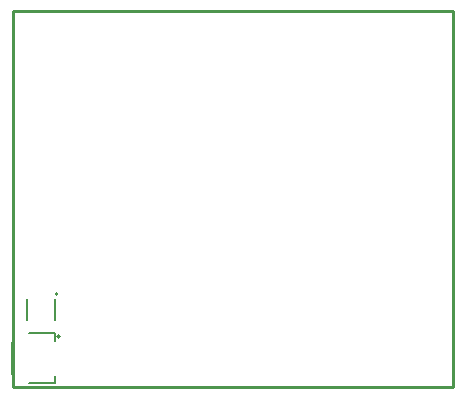
<source format=gto>
G04*
G04 #@! TF.GenerationSoftware,Altium Limited,Altium Designer,23.6.0 (18)*
G04*
G04 Layer_Color=65535*
%FSLAX43Y43*%
%MOMM*%
G71*
G04*
G04 #@! TF.SameCoordinates,0D2679BE-82C5-4F77-93CB-BF777400B08C*
G04*
G04*
G04 #@! TF.FilePolarity,Positive*
G04*
G01*
G75*
%ADD10C,0.152*%
%ADD11C,0.200*%
%ADD12C,0.254*%
D10*
X3800Y7880D02*
G03*
X3800Y7880I-102J0D01*
G01*
X3564Y5660D02*
Y7480D01*
X1209Y5660D02*
Y7480D01*
X3578Y343D02*
Y973D01*
X1405Y343D02*
X3578D01*
X-22Y1086D02*
Y3800D01*
X1405Y4543D02*
X3578D01*
Y3913D02*
Y4543D01*
D11*
X4030Y4271D02*
G03*
X4030Y4271I-130J0D01*
G01*
D12*
X0Y0D02*
X37280D01*
X0Y31820D02*
X37280D01*
Y0D02*
Y31820D01*
X0Y0D02*
Y31820D01*
M02*

</source>
